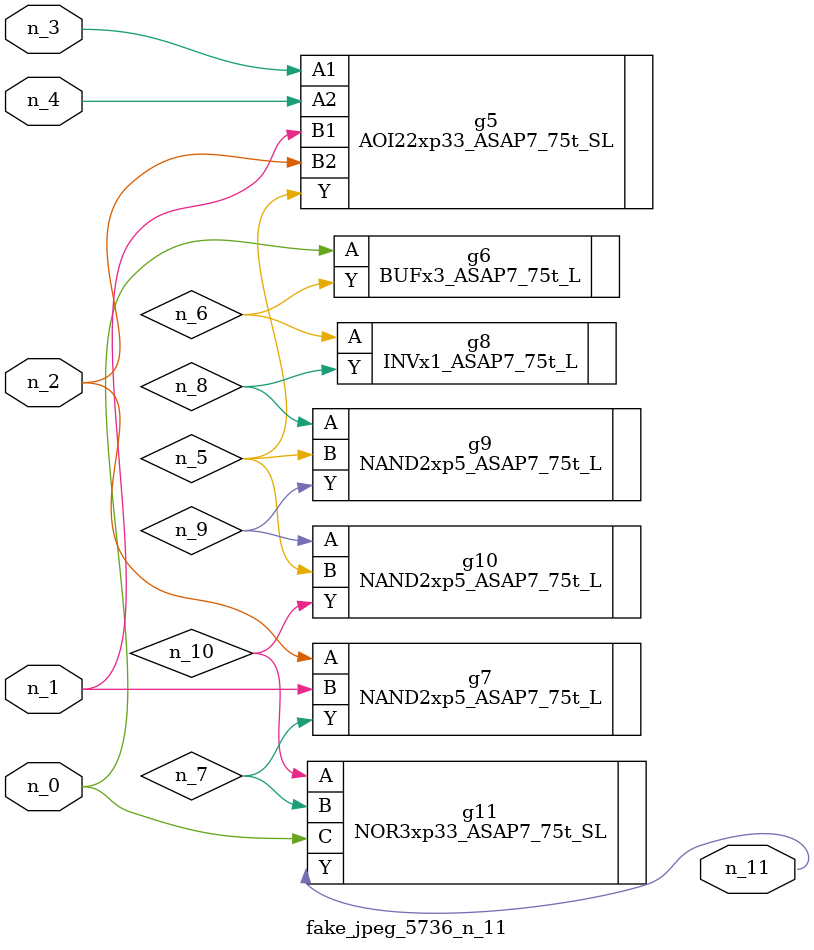
<source format=v>
module fake_jpeg_5736_n_11 (n_3, n_2, n_1, n_0, n_4, n_11);

input n_3;
input n_2;
input n_1;
input n_0;
input n_4;

output n_11;

wire n_10;
wire n_8;
wire n_9;
wire n_6;
wire n_5;
wire n_7;

AOI22xp33_ASAP7_75t_SL g5 ( 
.A1(n_3),
.A2(n_4),
.B1(n_1),
.B2(n_2),
.Y(n_5)
);

BUFx3_ASAP7_75t_L g6 ( 
.A(n_0),
.Y(n_6)
);

NAND2xp5_ASAP7_75t_L g7 ( 
.A(n_2),
.B(n_1),
.Y(n_7)
);

INVx1_ASAP7_75t_L g8 ( 
.A(n_6),
.Y(n_8)
);

NAND2xp5_ASAP7_75t_L g9 ( 
.A(n_8),
.B(n_5),
.Y(n_9)
);

NAND2xp5_ASAP7_75t_L g10 ( 
.A(n_9),
.B(n_5),
.Y(n_10)
);

NOR3xp33_ASAP7_75t_SL g11 ( 
.A(n_10),
.B(n_7),
.C(n_0),
.Y(n_11)
);


endmodule
</source>
